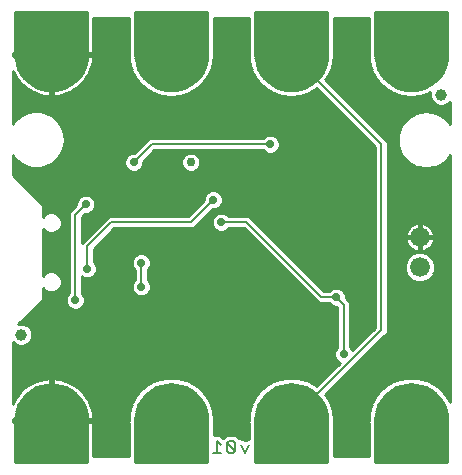
<source format=gbl>
G75*
%MOIN*%
%OFA0B0*%
%FSLAX25Y25*%
%IPPOS*%
%LPD*%
%AMOC8*
5,1,8,0,0,1.08239X$1,22.5*
%
%ADD10C,0.00800*%
%ADD11C,0.06600*%
%ADD12C,0.20000*%
%ADD13C,0.01000*%
%ADD14C,0.03937*%
%ADD15C,0.03000*%
%ADD16C,0.02900*%
D10*
X0147235Y0264300D02*
X0150037Y0264300D01*
X0148636Y0264300D02*
X0148636Y0268504D01*
X0150037Y0267102D01*
X0151839Y0267803D02*
X0154641Y0265001D01*
X0153941Y0264300D01*
X0152539Y0264300D01*
X0151839Y0265001D01*
X0151839Y0267803D01*
X0152539Y0268504D01*
X0153941Y0268504D01*
X0154641Y0267803D01*
X0154641Y0265001D01*
X0156443Y0267102D02*
X0157844Y0264300D01*
X0159245Y0267102D01*
X0173333Y0275400D02*
X0203333Y0305400D01*
X0203333Y0367400D01*
X0173333Y0397400D01*
X0166333Y0367400D02*
X0126833Y0367400D01*
X0120833Y0361400D01*
X0104833Y0347400D02*
X0101333Y0343900D01*
X0101333Y0315400D01*
X0105333Y0325900D02*
X0105333Y0333400D01*
X0113333Y0341400D01*
X0139833Y0341400D01*
X0147333Y0348900D01*
X0149987Y0341400D02*
X0158333Y0341400D01*
X0183333Y0316400D01*
X0188333Y0316400D01*
X0190833Y0313900D01*
X0190833Y0297400D01*
X0123333Y0319900D02*
X0123333Y0327900D01*
D11*
X0216207Y0326400D03*
X0216207Y0336400D03*
D12*
X0213333Y0397400D03*
X0173333Y0397400D03*
X0133333Y0397400D03*
X0093333Y0397400D03*
X0093333Y0275400D03*
X0133333Y0275400D03*
X0173333Y0275400D03*
X0213333Y0275400D03*
D13*
X0105333Y0261400D02*
X0081333Y0261400D01*
X0105333Y0261400D01*
X0105333Y0275400D01*
X0105211Y0277108D01*
X0104847Y0278781D01*
X0104249Y0280385D01*
X0103428Y0281888D01*
X0102402Y0283258D01*
X0101192Y0284469D01*
X0099821Y0285495D01*
X0098318Y0286316D01*
X0096714Y0286914D01*
X0095041Y0287278D01*
X0093333Y0287400D01*
X0091626Y0287278D01*
X0089953Y0286914D01*
X0088348Y0286316D01*
X0086846Y0285495D01*
X0085475Y0284469D01*
X0084264Y0283258D01*
X0083238Y0281888D01*
X0082418Y0280385D01*
X0081819Y0278781D01*
X0081455Y0277108D01*
X0081333Y0275400D01*
X0081333Y0261400D01*
X0081333Y0262399D02*
X0105333Y0262399D01*
X0105333Y0263397D02*
X0081333Y0263397D01*
X0081333Y0264396D02*
X0105333Y0264396D01*
X0105333Y0265394D02*
X0081333Y0265394D01*
X0081333Y0266393D02*
X0105333Y0266393D01*
X0105333Y0267391D02*
X0081333Y0267391D01*
X0081333Y0268390D02*
X0105333Y0268390D01*
X0105333Y0269388D02*
X0081333Y0269388D01*
X0081333Y0270387D02*
X0105333Y0270387D01*
X0105333Y0271385D02*
X0081333Y0271385D01*
X0081333Y0272384D02*
X0105333Y0272384D01*
X0105333Y0273382D02*
X0081333Y0273382D01*
X0081333Y0274381D02*
X0105333Y0274381D01*
X0105333Y0275379D02*
X0081333Y0275379D01*
X0080433Y0275379D02*
X0092833Y0275379D01*
X0092833Y0274900D02*
X0080433Y0274900D01*
X0080433Y0275900D01*
X0092833Y0275900D01*
X0092833Y0274900D01*
X0093833Y0274900D01*
X0093833Y0263500D01*
X0092833Y0263500D01*
X0092833Y0274900D01*
X0092833Y0274381D02*
X0093833Y0274381D01*
X0093833Y0274900D02*
X0093833Y0275900D01*
X0092833Y0275900D01*
X0092833Y0289400D01*
X0092600Y0289400D01*
X0091140Y0289247D01*
X0089705Y0288942D01*
X0088309Y0288488D01*
X0086969Y0287891D01*
X0085698Y0287157D01*
X0084511Y0286295D01*
X0083420Y0285313D01*
X0082438Y0284223D01*
X0082438Y0284223D01*
X0082432Y0284214D01*
X0081576Y0283035D01*
X0080842Y0281765D01*
X0080842Y0281765D01*
X0080433Y0280846D01*
X0080433Y0301612D01*
X0081255Y0300790D01*
X0082604Y0300231D01*
X0084063Y0300231D01*
X0085411Y0300790D01*
X0086443Y0301822D01*
X0087002Y0303170D01*
X0087002Y0304630D01*
X0086443Y0305978D01*
X0085411Y0307010D01*
X0084063Y0307568D01*
X0082604Y0307568D01*
X0082378Y0307475D01*
X0090433Y0315530D01*
X0090433Y0319548D01*
X0091367Y0318614D01*
X0092643Y0318086D01*
X0094024Y0318086D01*
X0095300Y0318614D01*
X0096276Y0319591D01*
X0096805Y0320867D01*
X0096805Y0322248D01*
X0096276Y0323524D01*
X0095300Y0324501D01*
X0094024Y0325029D01*
X0092643Y0325029D01*
X0091367Y0324501D01*
X0090433Y0323567D01*
X0090433Y0339233D01*
X0091367Y0338299D01*
X0092643Y0337771D01*
X0094024Y0337771D01*
X0095300Y0338299D01*
X0096276Y0339276D01*
X0096805Y0340552D01*
X0096805Y0341933D01*
X0096276Y0343209D01*
X0095300Y0344186D01*
X0094024Y0344714D01*
X0092643Y0344714D01*
X0091367Y0344186D01*
X0090433Y0343252D01*
X0090433Y0347270D01*
X0089203Y0348500D01*
X0080433Y0357270D01*
X0080433Y0363783D01*
X0081021Y0362765D01*
X0081021Y0362765D01*
X0083561Y0360634D01*
X0086676Y0359500D01*
X0089991Y0359500D01*
X0093106Y0360634D01*
X0095645Y0362765D01*
X0097303Y0365635D01*
X0097303Y0365635D01*
X0097878Y0368900D01*
X0097303Y0372165D01*
X0095645Y0375035D01*
X0095645Y0375035D01*
X0093106Y0377166D01*
X0093106Y0377166D01*
X0089991Y0378300D01*
X0086676Y0378300D01*
X0083561Y0377166D01*
X0083561Y0377166D01*
X0081021Y0375035D01*
X0080433Y0374017D01*
X0080433Y0391954D01*
X0080842Y0391035D01*
X0081576Y0389765D01*
X0081576Y0389765D01*
X0082438Y0388577D01*
X0083420Y0387487D01*
X0083420Y0387487D01*
X0083420Y0387487D01*
X0083791Y0387153D01*
X0084511Y0386505D01*
X0084942Y0386192D01*
X0085698Y0385642D01*
X0086197Y0385354D01*
X0086969Y0384909D01*
X0087546Y0384652D01*
X0088309Y0384312D01*
X0088309Y0384312D01*
X0089705Y0383858D01*
X0091140Y0383553D01*
X0092600Y0383400D01*
X0092833Y0383400D01*
X0092833Y0396900D01*
X0080433Y0396900D01*
X0080433Y0397900D01*
X0092833Y0397900D01*
X0092833Y0396900D01*
X0093833Y0396900D01*
X0093833Y0383400D01*
X0094067Y0383400D01*
X0095526Y0383553D01*
X0096962Y0383858D01*
X0098357Y0384312D01*
X0099698Y0384909D01*
X0100969Y0385642D01*
X0102156Y0386505D01*
X0103246Y0387487D01*
X0103246Y0387487D01*
X0104228Y0388577D01*
X0104228Y0388577D01*
X0104230Y0388580D01*
X0105091Y0389765D01*
X0105825Y0391035D01*
X0105825Y0391035D01*
X0106421Y0392376D01*
X0106875Y0393772D01*
X0107180Y0395207D01*
X0107333Y0396666D01*
X0107333Y0396900D01*
X0093833Y0396900D01*
X0093833Y0397900D01*
X0092833Y0397900D01*
X0092833Y0409300D01*
X0093833Y0409300D01*
X0093833Y0397900D01*
X0107333Y0397900D01*
X0107333Y0409300D01*
X0119133Y0409300D01*
X0119133Y0398221D01*
X0119074Y0398152D01*
X0119133Y0397321D01*
X0119133Y0396489D01*
X0119197Y0396425D01*
X0119209Y0396266D01*
X0119112Y0396115D01*
X0119272Y0395378D01*
X0119326Y0394626D01*
X0119461Y0394509D01*
X0119514Y0394267D01*
X0119440Y0394104D01*
X0119703Y0393398D01*
X0119863Y0392661D01*
X0120014Y0392564D01*
X0120101Y0392332D01*
X0120050Y0392160D01*
X0120411Y0391499D01*
X0120675Y0390792D01*
X0120838Y0390718D01*
X0120956Y0390501D01*
X0120931Y0390323D01*
X0121383Y0389720D01*
X0121744Y0389058D01*
X0121916Y0389008D01*
X0122064Y0388809D01*
X0122064Y0388630D01*
X0122597Y0388097D01*
X0123049Y0387494D01*
X0123226Y0387468D01*
X0123402Y0387293D01*
X0123427Y0387116D01*
X0124031Y0386664D01*
X0124564Y0386131D01*
X0124743Y0386131D01*
X0124941Y0385983D01*
X0124991Y0385811D01*
X0125653Y0385449D01*
X0126257Y0384998D01*
X0126434Y0385023D01*
X0126651Y0384904D01*
X0126726Y0384742D01*
X0127432Y0384478D01*
X0128094Y0384117D01*
X0128266Y0384167D01*
X0128498Y0384081D01*
X0128594Y0383930D01*
X0129331Y0383770D01*
X0130038Y0383506D01*
X0130200Y0383581D01*
X0130442Y0383528D01*
X0130560Y0383393D01*
X0131312Y0383339D01*
X0132048Y0383179D01*
X0132199Y0383276D01*
X0132446Y0383258D01*
X0132581Y0383141D01*
X0133333Y0383194D01*
X0134085Y0383141D01*
X0134221Y0383258D01*
X0134468Y0383276D01*
X0134618Y0383179D01*
X0135355Y0383339D01*
X0136107Y0383393D01*
X0136224Y0383528D01*
X0136466Y0383581D01*
X0136629Y0383506D01*
X0137336Y0383770D01*
X0138072Y0383930D01*
X0138169Y0384081D01*
X0138401Y0384167D01*
X0138573Y0384117D01*
X0139235Y0384478D01*
X0139941Y0384742D01*
X0140015Y0384904D01*
X0140233Y0385023D01*
X0140410Y0384998D01*
X0141013Y0385449D01*
X0141675Y0385811D01*
X0141726Y0385983D01*
X0141924Y0386131D01*
X0142103Y0386131D01*
X0142636Y0386664D01*
X0143240Y0387116D01*
X0143265Y0387293D01*
X0143440Y0387468D01*
X0143617Y0387494D01*
X0144069Y0388097D01*
X0144602Y0388630D01*
X0144602Y0388809D01*
X0144751Y0389008D01*
X0144923Y0389058D01*
X0145284Y0389720D01*
X0145736Y0390323D01*
X0145710Y0390501D01*
X0145829Y0390718D01*
X0145992Y0390792D01*
X0146255Y0391499D01*
X0146617Y0392160D01*
X0146566Y0392332D01*
X0146653Y0392564D01*
X0146803Y0392661D01*
X0146963Y0393398D01*
X0147227Y0394104D01*
X0147153Y0394267D01*
X0147205Y0394509D01*
X0147341Y0394626D01*
X0147394Y0395378D01*
X0147555Y0396115D01*
X0147458Y0396266D01*
X0147469Y0396425D01*
X0147533Y0396489D01*
X0147533Y0397321D01*
X0147593Y0398152D01*
X0147533Y0398221D01*
X0147533Y0409300D01*
X0159133Y0409300D01*
X0159133Y0398221D01*
X0159074Y0398152D01*
X0159133Y0397321D01*
X0159133Y0396489D01*
X0159197Y0396425D01*
X0159209Y0396266D01*
X0159112Y0396115D01*
X0159272Y0395378D01*
X0159326Y0394626D01*
X0159461Y0394509D01*
X0159514Y0394267D01*
X0159440Y0394104D01*
X0159703Y0393398D01*
X0159863Y0392661D01*
X0160014Y0392564D01*
X0160101Y0392332D01*
X0160050Y0392160D01*
X0160411Y0391499D01*
X0160675Y0390792D01*
X0160838Y0390718D01*
X0160956Y0390501D01*
X0160931Y0390323D01*
X0161383Y0389720D01*
X0161744Y0389058D01*
X0161916Y0389008D01*
X0162064Y0388809D01*
X0162064Y0388630D01*
X0162597Y0388097D01*
X0163049Y0387494D01*
X0163226Y0387468D01*
X0163402Y0387293D01*
X0163427Y0387116D01*
X0164031Y0386664D01*
X0164564Y0386131D01*
X0164743Y0386131D01*
X0164941Y0385983D01*
X0164991Y0385811D01*
X0165653Y0385449D01*
X0166257Y0384998D01*
X0166434Y0385023D01*
X0166651Y0384904D01*
X0166726Y0384742D01*
X0167432Y0384478D01*
X0168094Y0384117D01*
X0168266Y0384167D01*
X0168498Y0384081D01*
X0168594Y0383930D01*
X0169331Y0383770D01*
X0170038Y0383506D01*
X0170200Y0383581D01*
X0170442Y0383528D01*
X0170560Y0383393D01*
X0171312Y0383339D01*
X0172048Y0383179D01*
X0172199Y0383276D01*
X0172446Y0383258D01*
X0172581Y0383141D01*
X0173333Y0383194D01*
X0174085Y0383141D01*
X0174221Y0383258D01*
X0174468Y0383276D01*
X0174618Y0383179D01*
X0175355Y0383339D01*
X0176107Y0383393D01*
X0176224Y0383528D01*
X0176466Y0383581D01*
X0176629Y0383506D01*
X0177336Y0383770D01*
X0178072Y0383930D01*
X0178169Y0384081D01*
X0178401Y0384167D01*
X0178573Y0384117D01*
X0179235Y0384478D01*
X0179941Y0384742D01*
X0180015Y0384904D01*
X0180233Y0385023D01*
X0180410Y0384998D01*
X0181013Y0385449D01*
X0181675Y0385811D01*
X0181726Y0385983D01*
X0181757Y0386006D01*
X0201233Y0366530D01*
X0201233Y0306270D01*
X0193692Y0298729D01*
X0193504Y0299184D01*
X0192933Y0299755D01*
X0192933Y0314770D01*
X0191483Y0316220D01*
X0191483Y0317027D01*
X0191004Y0318184D01*
X0190118Y0319070D01*
X0188960Y0319550D01*
X0187707Y0319550D01*
X0186549Y0319070D01*
X0185979Y0318500D01*
X0184203Y0318500D01*
X0160433Y0342270D01*
X0159203Y0343500D01*
X0152342Y0343500D01*
X0151771Y0344070D01*
X0150613Y0344550D01*
X0149360Y0344550D01*
X0148203Y0344070D01*
X0147316Y0343184D01*
X0146837Y0342027D01*
X0146837Y0340773D01*
X0147316Y0339616D01*
X0148203Y0338730D01*
X0149360Y0338250D01*
X0150613Y0338250D01*
X0151771Y0338730D01*
X0152342Y0339300D01*
X0157463Y0339300D01*
X0182463Y0314300D01*
X0185979Y0314300D01*
X0186549Y0313730D01*
X0187707Y0313250D01*
X0188513Y0313250D01*
X0188733Y0313030D01*
X0188733Y0299755D01*
X0188163Y0299184D01*
X0187683Y0298027D01*
X0187683Y0296773D01*
X0188163Y0295616D01*
X0189049Y0294730D01*
X0189504Y0294541D01*
X0181757Y0286794D01*
X0181726Y0286817D01*
X0181675Y0286989D01*
X0181013Y0287351D01*
X0180410Y0287802D01*
X0180233Y0287777D01*
X0180015Y0287896D01*
X0179941Y0288058D01*
X0179235Y0288322D01*
X0178573Y0288683D01*
X0178401Y0288633D01*
X0178169Y0288719D01*
X0178072Y0288870D01*
X0177336Y0289030D01*
X0176629Y0289294D01*
X0176466Y0289219D01*
X0176224Y0289272D01*
X0176107Y0289407D01*
X0175355Y0289461D01*
X0174618Y0289621D01*
X0174468Y0289524D01*
X0174221Y0289542D01*
X0174085Y0289659D01*
X0173333Y0289606D01*
X0172581Y0289659D01*
X0172446Y0289542D01*
X0172199Y0289524D01*
X0172048Y0289621D01*
X0171312Y0289461D01*
X0170560Y0289407D01*
X0170442Y0289272D01*
X0170200Y0289219D01*
X0170038Y0289294D01*
X0169331Y0289030D01*
X0168594Y0288870D01*
X0168498Y0288719D01*
X0168266Y0288633D01*
X0168094Y0288683D01*
X0167432Y0288322D01*
X0166726Y0288058D01*
X0166651Y0287896D01*
X0166434Y0287777D01*
X0166257Y0287802D01*
X0165653Y0287351D01*
X0164991Y0286989D01*
X0164941Y0286817D01*
X0164743Y0286669D01*
X0164564Y0286669D01*
X0164031Y0286136D01*
X0163427Y0285684D01*
X0163402Y0285507D01*
X0163226Y0285332D01*
X0163049Y0285306D01*
X0162597Y0284703D01*
X0162064Y0284170D01*
X0162064Y0283991D01*
X0161916Y0283792D01*
X0161744Y0283742D01*
X0161383Y0283080D01*
X0160931Y0282477D01*
X0160956Y0282299D01*
X0160838Y0282082D01*
X0160675Y0282008D01*
X0160411Y0281301D01*
X0160050Y0280640D01*
X0160101Y0280468D01*
X0160014Y0280236D01*
X0159863Y0280139D01*
X0159703Y0279402D01*
X0159440Y0278696D01*
X0159514Y0278533D01*
X0159461Y0278291D01*
X0159326Y0278174D01*
X0159272Y0277422D01*
X0159112Y0276685D01*
X0159209Y0276534D01*
X0159197Y0276375D01*
X0159133Y0276311D01*
X0159133Y0275478D01*
X0159074Y0274648D01*
X0159133Y0274579D01*
X0159133Y0269279D01*
X0157844Y0268849D01*
X0156282Y0269370D01*
X0156123Y0269291D01*
X0156041Y0269373D01*
X0156041Y0269373D01*
X0154810Y0270604D01*
X0153409Y0270604D01*
X0153231Y0270604D01*
X0153071Y0270604D01*
X0153071Y0270604D01*
X0151670Y0270604D01*
X0151670Y0270604D01*
X0151656Y0270590D01*
X0150588Y0269522D01*
X0150370Y0269739D01*
X0149506Y0270604D01*
X0147766Y0270604D01*
X0147533Y0270371D01*
X0147533Y0274579D01*
X0147593Y0274648D01*
X0147533Y0275479D01*
X0147533Y0276311D01*
X0147469Y0276375D01*
X0147458Y0276534D01*
X0147555Y0276685D01*
X0147394Y0277422D01*
X0147341Y0278174D01*
X0147205Y0278291D01*
X0147153Y0278533D01*
X0147227Y0278696D01*
X0146964Y0279402D01*
X0146803Y0280139D01*
X0146653Y0280236D01*
X0146566Y0280468D01*
X0146617Y0280640D01*
X0146255Y0281301D01*
X0145992Y0282008D01*
X0145829Y0282082D01*
X0145710Y0282299D01*
X0145736Y0282477D01*
X0145284Y0283080D01*
X0144923Y0283742D01*
X0144751Y0283792D01*
X0144602Y0283991D01*
X0144602Y0284170D01*
X0144069Y0284703D01*
X0143617Y0285306D01*
X0143440Y0285332D01*
X0143265Y0285507D01*
X0143240Y0285684D01*
X0142636Y0286136D01*
X0142103Y0286669D01*
X0141924Y0286669D01*
X0141726Y0286817D01*
X0141675Y0286989D01*
X0141013Y0287351D01*
X0140410Y0287802D01*
X0140233Y0287777D01*
X0140015Y0287896D01*
X0139941Y0288058D01*
X0139235Y0288322D01*
X0138573Y0288683D01*
X0138401Y0288633D01*
X0138169Y0288719D01*
X0138072Y0288870D01*
X0137336Y0289030D01*
X0136629Y0289294D01*
X0136466Y0289219D01*
X0136224Y0289272D01*
X0136107Y0289407D01*
X0135355Y0289461D01*
X0134618Y0289621D01*
X0134468Y0289524D01*
X0134221Y0289542D01*
X0134085Y0289659D01*
X0133333Y0289606D01*
X0132581Y0289659D01*
X0132446Y0289542D01*
X0132199Y0289524D01*
X0132048Y0289621D01*
X0131312Y0289461D01*
X0130560Y0289407D01*
X0130442Y0289272D01*
X0130200Y0289219D01*
X0130038Y0289294D01*
X0129331Y0289030D01*
X0128594Y0288870D01*
X0128498Y0288719D01*
X0128266Y0288633D01*
X0128094Y0288683D01*
X0127432Y0288322D01*
X0126726Y0288058D01*
X0126651Y0287896D01*
X0126434Y0287777D01*
X0126257Y0287802D01*
X0125653Y0287351D01*
X0124991Y0286989D01*
X0124941Y0286817D01*
X0124743Y0286669D01*
X0124564Y0286669D01*
X0124031Y0286136D01*
X0123427Y0285684D01*
X0123402Y0285507D01*
X0123226Y0285332D01*
X0123049Y0285306D01*
X0122597Y0284703D01*
X0122064Y0284170D01*
X0122064Y0283991D01*
X0121916Y0283792D01*
X0121744Y0283742D01*
X0121383Y0283080D01*
X0120931Y0282477D01*
X0120956Y0282299D01*
X0120838Y0282082D01*
X0120675Y0282008D01*
X0120411Y0281301D01*
X0120050Y0280640D01*
X0120101Y0280468D01*
X0120014Y0280236D01*
X0119863Y0280139D01*
X0119703Y0279402D01*
X0119440Y0278696D01*
X0119514Y0278533D01*
X0119461Y0278291D01*
X0119326Y0278174D01*
X0119272Y0277422D01*
X0119112Y0276685D01*
X0119209Y0276534D01*
X0119197Y0276375D01*
X0119133Y0276311D01*
X0119133Y0275478D01*
X0119074Y0274648D01*
X0119133Y0274579D01*
X0119133Y0263500D01*
X0107333Y0263500D01*
X0107333Y0274900D01*
X0093833Y0274900D01*
X0093833Y0275379D02*
X0119126Y0275379D01*
X0119133Y0274381D02*
X0107333Y0274381D01*
X0107333Y0273382D02*
X0119133Y0273382D01*
X0119133Y0272384D02*
X0107333Y0272384D01*
X0107333Y0271385D02*
X0119133Y0271385D01*
X0119133Y0270387D02*
X0107333Y0270387D01*
X0107333Y0269388D02*
X0119133Y0269388D01*
X0119133Y0268390D02*
X0107333Y0268390D01*
X0107333Y0267391D02*
X0119133Y0267391D01*
X0119133Y0266393D02*
X0107333Y0266393D01*
X0107333Y0265394D02*
X0119133Y0265394D01*
X0119133Y0264396D02*
X0107333Y0264396D01*
X0107333Y0275900D02*
X0093833Y0275900D01*
X0093833Y0289400D01*
X0094067Y0289400D01*
X0095526Y0289247D01*
X0095526Y0289247D01*
X0096769Y0288983D01*
X0096962Y0288942D01*
X0096962Y0288942D01*
X0098210Y0288536D01*
X0098357Y0288488D01*
X0098357Y0288488D01*
X0099580Y0287944D01*
X0099698Y0287891D01*
X0099698Y0287891D01*
X0100873Y0287213D01*
X0100969Y0287157D01*
X0100969Y0287157D01*
X0102076Y0286353D01*
X0102156Y0286295D01*
X0102156Y0286295D01*
X0103180Y0285373D01*
X0103246Y0285313D01*
X0103246Y0285313D01*
X0103246Y0285313D01*
X0104228Y0284223D01*
X0104228Y0284223D01*
X0105091Y0283035D01*
X0105091Y0283035D01*
X0105825Y0281765D01*
X0105825Y0281765D01*
X0106421Y0280424D01*
X0106421Y0280424D01*
X0106875Y0279028D01*
X0106875Y0279028D01*
X0107180Y0277593D01*
X0107180Y0277593D01*
X0107333Y0276134D01*
X0107333Y0275900D01*
X0107308Y0276378D02*
X0119198Y0276378D01*
X0119262Y0277376D02*
X0107203Y0277376D01*
X0107014Y0278375D02*
X0119480Y0278375D01*
X0119692Y0279373D02*
X0106763Y0279373D01*
X0106438Y0280372D02*
X0120065Y0280372D01*
X0120437Y0281370D02*
X0106000Y0281370D01*
X0105476Y0282369D02*
X0120946Y0282369D01*
X0121540Y0283367D02*
X0104850Y0283367D01*
X0104099Y0284366D02*
X0122261Y0284366D01*
X0123259Y0285364D02*
X0103190Y0285364D01*
X0102063Y0286363D02*
X0124258Y0286363D01*
X0125668Y0287361D02*
X0100616Y0287361D01*
X0099996Y0285364D02*
X0086671Y0285364D01*
X0085372Y0284366D02*
X0101295Y0284366D01*
X0102293Y0283367D02*
X0084373Y0283367D01*
X0083598Y0282369D02*
X0103068Y0282369D01*
X0103711Y0281370D02*
X0082956Y0281370D01*
X0082413Y0280372D02*
X0104254Y0280372D01*
X0104626Y0279373D02*
X0082040Y0279373D01*
X0081731Y0278375D02*
X0104936Y0278375D01*
X0105153Y0277376D02*
X0081514Y0277376D01*
X0081403Y0276378D02*
X0105263Y0276378D01*
X0093833Y0276378D02*
X0092833Y0276378D01*
X0092833Y0277376D02*
X0093833Y0277376D01*
X0093833Y0278375D02*
X0092833Y0278375D01*
X0092833Y0279373D02*
X0093833Y0279373D01*
X0093833Y0280372D02*
X0092833Y0280372D01*
X0092833Y0281370D02*
X0093833Y0281370D01*
X0093833Y0282369D02*
X0092833Y0282369D01*
X0092833Y0283367D02*
X0093833Y0283367D01*
X0093833Y0284366D02*
X0092833Y0284366D01*
X0092833Y0285364D02*
X0093833Y0285364D01*
X0093833Y0286363D02*
X0092833Y0286363D01*
X0092833Y0287361D02*
X0093833Y0287361D01*
X0093874Y0287361D02*
X0092792Y0287361D01*
X0092833Y0288360D02*
X0093833Y0288360D01*
X0093833Y0289358D02*
X0092833Y0289358D01*
X0092203Y0289358D02*
X0080433Y0289358D01*
X0080433Y0288360D02*
X0088021Y0288360D01*
X0088475Y0286363D02*
X0098192Y0286363D01*
X0098645Y0288360D02*
X0127502Y0288360D01*
X0128348Y0286316D02*
X0126846Y0285495D01*
X0125475Y0284469D01*
X0124264Y0283258D01*
X0123238Y0281888D01*
X0122418Y0280385D01*
X0121819Y0278781D01*
X0121455Y0277108D01*
X0121333Y0275400D01*
X0121333Y0261400D01*
X0145333Y0261400D01*
X0145333Y0275400D01*
X0145211Y0277108D01*
X0144847Y0278781D01*
X0144249Y0280385D01*
X0143428Y0281888D01*
X0142402Y0283258D01*
X0141192Y0284469D01*
X0139821Y0285495D01*
X0138318Y0286316D01*
X0136714Y0286914D01*
X0135041Y0287278D01*
X0133333Y0287400D01*
X0131626Y0287278D01*
X0129953Y0286914D01*
X0128348Y0286316D01*
X0128475Y0286363D02*
X0138192Y0286363D01*
X0139996Y0285364D02*
X0126671Y0285364D01*
X0125372Y0284366D02*
X0141295Y0284366D01*
X0142293Y0283367D02*
X0124373Y0283367D01*
X0123598Y0282369D02*
X0143068Y0282369D01*
X0143711Y0281370D02*
X0122956Y0281370D01*
X0122413Y0280372D02*
X0144254Y0280372D01*
X0144626Y0279373D02*
X0122040Y0279373D01*
X0121731Y0278375D02*
X0144936Y0278375D01*
X0145153Y0277376D02*
X0121514Y0277376D01*
X0121403Y0276378D02*
X0145263Y0276378D01*
X0145333Y0275379D02*
X0121333Y0275379D01*
X0121333Y0274381D02*
X0145333Y0274381D01*
X0145333Y0273382D02*
X0121333Y0273382D01*
X0121333Y0272384D02*
X0145333Y0272384D01*
X0145333Y0271385D02*
X0121333Y0271385D01*
X0121333Y0270387D02*
X0145333Y0270387D01*
X0145333Y0269388D02*
X0121333Y0269388D01*
X0121333Y0268390D02*
X0145333Y0268390D01*
X0145333Y0267391D02*
X0121333Y0267391D01*
X0121333Y0266393D02*
X0145333Y0266393D01*
X0145333Y0265394D02*
X0121333Y0265394D01*
X0121333Y0264396D02*
X0145333Y0264396D01*
X0145333Y0263397D02*
X0121333Y0263397D01*
X0121333Y0262399D02*
X0145333Y0262399D01*
X0145333Y0261400D02*
X0121333Y0261400D01*
X0146974Y0279373D02*
X0159692Y0279373D01*
X0159480Y0278375D02*
X0147187Y0278375D01*
X0147404Y0277376D02*
X0159262Y0277376D01*
X0159198Y0276378D02*
X0147469Y0276378D01*
X0147540Y0275379D02*
X0159126Y0275379D01*
X0159133Y0274381D02*
X0147533Y0274381D01*
X0147533Y0273382D02*
X0159133Y0273382D01*
X0159133Y0272384D02*
X0147533Y0272384D01*
X0147533Y0271385D02*
X0159133Y0271385D01*
X0159133Y0270387D02*
X0155027Y0270387D01*
X0156026Y0269388D02*
X0159133Y0269388D01*
X0161333Y0269388D02*
X0185333Y0269388D01*
X0185333Y0268390D02*
X0161333Y0268390D01*
X0161333Y0267391D02*
X0185333Y0267391D01*
X0185333Y0266393D02*
X0161333Y0266393D01*
X0161333Y0265394D02*
X0185333Y0265394D01*
X0185333Y0264396D02*
X0161333Y0264396D01*
X0161333Y0263397D02*
X0185333Y0263397D01*
X0185333Y0262399D02*
X0161333Y0262399D01*
X0161333Y0261400D02*
X0185333Y0261400D01*
X0185333Y0275400D01*
X0185211Y0277108D01*
X0184847Y0278781D01*
X0184249Y0280385D01*
X0183428Y0281888D01*
X0182402Y0283258D01*
X0181192Y0284469D01*
X0179821Y0285495D01*
X0178318Y0286316D01*
X0176714Y0286914D01*
X0175041Y0287278D01*
X0173333Y0287400D01*
X0171626Y0287278D01*
X0169953Y0286914D01*
X0168348Y0286316D01*
X0166846Y0285495D01*
X0165475Y0284469D01*
X0164264Y0283258D01*
X0163238Y0281888D01*
X0162418Y0280385D01*
X0161819Y0278781D01*
X0161455Y0277108D01*
X0161333Y0275400D01*
X0161333Y0261400D01*
X0185333Y0261400D01*
X0187533Y0263500D02*
X0187533Y0274579D01*
X0187593Y0274648D01*
X0187533Y0275479D01*
X0187533Y0276311D01*
X0187469Y0276375D01*
X0187458Y0276534D01*
X0187555Y0276685D01*
X0187394Y0277422D01*
X0187341Y0278174D01*
X0187205Y0278291D01*
X0187153Y0278533D01*
X0187227Y0278696D01*
X0186964Y0279402D01*
X0186803Y0280139D01*
X0186653Y0280236D01*
X0186566Y0280468D01*
X0186617Y0280640D01*
X0186255Y0281301D01*
X0185992Y0282008D01*
X0185829Y0282082D01*
X0185710Y0282299D01*
X0185736Y0282477D01*
X0185284Y0283080D01*
X0184923Y0283742D01*
X0184751Y0283792D01*
X0184727Y0283824D01*
X0204203Y0303300D01*
X0205433Y0304530D01*
X0205433Y0368270D01*
X0204203Y0369500D01*
X0184727Y0388976D01*
X0184751Y0389008D01*
X0184923Y0389058D01*
X0185284Y0389720D01*
X0185736Y0390323D01*
X0185710Y0390501D01*
X0185829Y0390718D01*
X0185992Y0390792D01*
X0186255Y0391499D01*
X0186617Y0392160D01*
X0186566Y0392332D01*
X0186653Y0392564D01*
X0186803Y0392661D01*
X0186964Y0393398D01*
X0187227Y0394104D01*
X0187153Y0394267D01*
X0187205Y0394509D01*
X0187341Y0394626D01*
X0187394Y0395378D01*
X0187555Y0396115D01*
X0187458Y0396266D01*
X0187469Y0396425D01*
X0187533Y0396489D01*
X0187533Y0397321D01*
X0187593Y0398152D01*
X0187533Y0398221D01*
X0187533Y0409300D01*
X0199133Y0409300D01*
X0199133Y0398221D01*
X0199074Y0398152D01*
X0199133Y0397321D01*
X0199133Y0396489D01*
X0199197Y0396425D01*
X0199209Y0396266D01*
X0199112Y0396115D01*
X0199272Y0395378D01*
X0199326Y0394626D01*
X0199461Y0394509D01*
X0199514Y0394267D01*
X0199440Y0394104D01*
X0199703Y0393398D01*
X0199863Y0392661D01*
X0200014Y0392564D01*
X0200101Y0392332D01*
X0200050Y0392160D01*
X0200411Y0391499D01*
X0200675Y0390792D01*
X0200838Y0390718D01*
X0200956Y0390501D01*
X0200931Y0390323D01*
X0201383Y0389720D01*
X0201744Y0389058D01*
X0201916Y0389008D01*
X0202064Y0388809D01*
X0202064Y0388630D01*
X0202597Y0388097D01*
X0203049Y0387494D01*
X0203226Y0387468D01*
X0203402Y0387293D01*
X0203427Y0387116D01*
X0204031Y0386664D01*
X0204564Y0386131D01*
X0204743Y0386131D01*
X0204941Y0385983D01*
X0204991Y0385811D01*
X0205653Y0385449D01*
X0206257Y0384998D01*
X0206434Y0385023D01*
X0206651Y0384904D01*
X0206726Y0384742D01*
X0207432Y0384478D01*
X0208094Y0384117D01*
X0208266Y0384167D01*
X0208498Y0384081D01*
X0208594Y0383930D01*
X0209331Y0383770D01*
X0210038Y0383506D01*
X0210200Y0383581D01*
X0210442Y0383528D01*
X0210560Y0383393D01*
X0211312Y0383339D01*
X0212048Y0383179D01*
X0212199Y0383276D01*
X0212446Y0383258D01*
X0212581Y0383141D01*
X0213333Y0383194D01*
X0214085Y0383141D01*
X0214221Y0383258D01*
X0214468Y0383276D01*
X0214618Y0383179D01*
X0215355Y0383339D01*
X0216107Y0383393D01*
X0216224Y0383528D01*
X0216466Y0383581D01*
X0216629Y0383506D01*
X0217336Y0383770D01*
X0218072Y0383930D01*
X0218169Y0384081D01*
X0218401Y0384167D01*
X0218573Y0384117D01*
X0219235Y0384478D01*
X0219669Y0384640D01*
X0219665Y0384630D01*
X0219665Y0383170D01*
X0220223Y0381822D01*
X0221255Y0380790D01*
X0222604Y0380231D01*
X0224063Y0380231D01*
X0225411Y0380790D01*
X0226233Y0381612D01*
X0226233Y0374109D01*
X0224469Y0376212D01*
X0224469Y0376212D01*
X0224469Y0376212D01*
X0221598Y0377869D01*
X0221598Y0377869D01*
X0218333Y0378445D01*
X0215069Y0377869D01*
X0212198Y0376212D01*
X0210067Y0373673D01*
X0210067Y0373672D01*
X0208933Y0370557D01*
X0208933Y0367243D01*
X0210067Y0364127D01*
X0212198Y0361588D01*
X0215069Y0359931D01*
X0218333Y0359355D01*
X0221598Y0359931D01*
X0224469Y0361588D01*
X0226233Y0363691D01*
X0226233Y0281360D01*
X0225992Y0282008D01*
X0225829Y0282082D01*
X0225710Y0282299D01*
X0225736Y0282477D01*
X0225284Y0283080D01*
X0224923Y0283742D01*
X0224751Y0283792D01*
X0224602Y0283991D01*
X0224602Y0284170D01*
X0224069Y0284703D01*
X0223617Y0285306D01*
X0223440Y0285332D01*
X0223265Y0285507D01*
X0223240Y0285684D01*
X0222636Y0286136D01*
X0222103Y0286669D01*
X0221924Y0286669D01*
X0221726Y0286817D01*
X0221675Y0286989D01*
X0221013Y0287351D01*
X0220410Y0287802D01*
X0220233Y0287777D01*
X0220015Y0287896D01*
X0219941Y0288058D01*
X0219235Y0288322D01*
X0218573Y0288683D01*
X0218401Y0288633D01*
X0218169Y0288719D01*
X0218072Y0288870D01*
X0217336Y0289030D01*
X0216629Y0289294D01*
X0216466Y0289219D01*
X0216224Y0289272D01*
X0216107Y0289407D01*
X0215355Y0289461D01*
X0214618Y0289621D01*
X0214468Y0289524D01*
X0214221Y0289542D01*
X0214085Y0289659D01*
X0213333Y0289606D01*
X0212581Y0289659D01*
X0212446Y0289542D01*
X0212199Y0289524D01*
X0212048Y0289621D01*
X0211312Y0289461D01*
X0210560Y0289407D01*
X0210442Y0289272D01*
X0210200Y0289219D01*
X0210038Y0289294D01*
X0209331Y0289030D01*
X0208594Y0288870D01*
X0208498Y0288719D01*
X0208266Y0288633D01*
X0208094Y0288683D01*
X0207432Y0288322D01*
X0206726Y0288058D01*
X0206651Y0287896D01*
X0206434Y0287777D01*
X0206257Y0287802D01*
X0205653Y0287351D01*
X0204991Y0286989D01*
X0204941Y0286817D01*
X0204743Y0286669D01*
X0204564Y0286669D01*
X0204031Y0286136D01*
X0203427Y0285684D01*
X0203402Y0285507D01*
X0203226Y0285332D01*
X0203049Y0285306D01*
X0202597Y0284703D01*
X0202064Y0284170D01*
X0202064Y0283991D01*
X0201916Y0283792D01*
X0201744Y0283742D01*
X0201383Y0283080D01*
X0200931Y0282477D01*
X0200956Y0282299D01*
X0200838Y0282082D01*
X0200675Y0282008D01*
X0200411Y0281301D01*
X0200050Y0280640D01*
X0200101Y0280468D01*
X0200014Y0280236D01*
X0199863Y0280139D01*
X0199703Y0279402D01*
X0199440Y0278696D01*
X0199514Y0278533D01*
X0199461Y0278291D01*
X0199326Y0278174D01*
X0199272Y0277422D01*
X0199112Y0276685D01*
X0199209Y0276534D01*
X0199197Y0276375D01*
X0199133Y0276311D01*
X0199133Y0275478D01*
X0199074Y0274648D01*
X0199133Y0274579D01*
X0199133Y0263500D01*
X0187533Y0263500D01*
X0187533Y0264396D02*
X0199133Y0264396D01*
X0199133Y0265394D02*
X0187533Y0265394D01*
X0187533Y0266393D02*
X0199133Y0266393D01*
X0199133Y0267391D02*
X0187533Y0267391D01*
X0187533Y0268390D02*
X0199133Y0268390D01*
X0199133Y0269388D02*
X0187533Y0269388D01*
X0187533Y0270387D02*
X0199133Y0270387D01*
X0199133Y0271385D02*
X0187533Y0271385D01*
X0187533Y0272384D02*
X0199133Y0272384D01*
X0199133Y0273382D02*
X0187533Y0273382D01*
X0187533Y0274381D02*
X0199133Y0274381D01*
X0199126Y0275379D02*
X0187540Y0275379D01*
X0187469Y0276378D02*
X0199198Y0276378D01*
X0199262Y0277376D02*
X0187404Y0277376D01*
X0187187Y0278375D02*
X0199480Y0278375D01*
X0199692Y0279373D02*
X0186974Y0279373D01*
X0186602Y0280372D02*
X0200065Y0280372D01*
X0200437Y0281370D02*
X0186229Y0281370D01*
X0185720Y0282369D02*
X0200946Y0282369D01*
X0201540Y0283367D02*
X0185127Y0283367D01*
X0185269Y0284366D02*
X0202261Y0284366D01*
X0203259Y0285364D02*
X0186267Y0285364D01*
X0187266Y0286363D02*
X0204258Y0286363D01*
X0205668Y0287361D02*
X0188264Y0287361D01*
X0189263Y0288360D02*
X0207502Y0288360D01*
X0208348Y0286316D02*
X0206846Y0285495D01*
X0205475Y0284469D01*
X0204264Y0283258D01*
X0203238Y0281888D01*
X0202418Y0280385D01*
X0201819Y0278781D01*
X0201455Y0277108D01*
X0201333Y0275400D01*
X0201333Y0261400D01*
X0225333Y0261400D01*
X0225333Y0275400D01*
X0225211Y0277108D01*
X0224847Y0278781D01*
X0224249Y0280385D01*
X0223428Y0281888D01*
X0222402Y0283258D01*
X0221192Y0284469D01*
X0219821Y0285495D01*
X0218318Y0286316D01*
X0216714Y0286914D01*
X0215041Y0287278D01*
X0213333Y0287400D01*
X0211626Y0287278D01*
X0209953Y0286914D01*
X0208348Y0286316D01*
X0208475Y0286363D02*
X0218192Y0286363D01*
X0219996Y0285364D02*
X0206671Y0285364D01*
X0205372Y0284366D02*
X0221295Y0284366D01*
X0222293Y0283367D02*
X0204373Y0283367D01*
X0203598Y0282369D02*
X0223068Y0282369D01*
X0223711Y0281370D02*
X0202956Y0281370D01*
X0202413Y0280372D02*
X0224254Y0280372D01*
X0224626Y0279373D02*
X0202040Y0279373D01*
X0201731Y0278375D02*
X0224936Y0278375D01*
X0225153Y0277376D02*
X0201514Y0277376D01*
X0201403Y0276378D02*
X0225263Y0276378D01*
X0225333Y0275379D02*
X0201333Y0275379D01*
X0201333Y0274381D02*
X0225333Y0274381D01*
X0225333Y0273382D02*
X0201333Y0273382D01*
X0201333Y0272384D02*
X0225333Y0272384D01*
X0225333Y0271385D02*
X0201333Y0271385D01*
X0201333Y0270387D02*
X0225333Y0270387D01*
X0225333Y0269388D02*
X0201333Y0269388D01*
X0201333Y0268390D02*
X0225333Y0268390D01*
X0225333Y0267391D02*
X0201333Y0267391D01*
X0201333Y0266393D02*
X0225333Y0266393D01*
X0225333Y0265394D02*
X0201333Y0265394D01*
X0201333Y0264396D02*
X0225333Y0264396D01*
X0225333Y0263397D02*
X0201333Y0263397D01*
X0201333Y0262399D02*
X0225333Y0262399D01*
X0225333Y0261400D02*
X0201333Y0261400D01*
X0185333Y0270387D02*
X0161333Y0270387D01*
X0161333Y0271385D02*
X0185333Y0271385D01*
X0185333Y0272384D02*
X0161333Y0272384D01*
X0161333Y0273382D02*
X0185333Y0273382D01*
X0185333Y0274381D02*
X0161333Y0274381D01*
X0161333Y0275379D02*
X0185333Y0275379D01*
X0185263Y0276378D02*
X0161403Y0276378D01*
X0161514Y0277376D02*
X0185153Y0277376D01*
X0184936Y0278375D02*
X0161731Y0278375D01*
X0162040Y0279373D02*
X0184626Y0279373D01*
X0184254Y0280372D02*
X0162413Y0280372D01*
X0162956Y0281370D02*
X0183711Y0281370D01*
X0183068Y0282369D02*
X0163598Y0282369D01*
X0164373Y0283367D02*
X0182293Y0283367D01*
X0181295Y0284366D02*
X0165372Y0284366D01*
X0166671Y0285364D02*
X0179996Y0285364D01*
X0178192Y0286363D02*
X0168475Y0286363D01*
X0167502Y0288360D02*
X0139165Y0288360D01*
X0140999Y0287361D02*
X0165668Y0287361D01*
X0164258Y0286363D02*
X0142409Y0286363D01*
X0143408Y0285364D02*
X0163259Y0285364D01*
X0162261Y0284366D02*
X0144406Y0284366D01*
X0145127Y0283367D02*
X0161540Y0283367D01*
X0160946Y0282369D02*
X0145720Y0282369D01*
X0146229Y0281370D02*
X0160437Y0281370D01*
X0160065Y0280372D02*
X0146602Y0280372D01*
X0136149Y0289358D02*
X0170517Y0289358D01*
X0172792Y0287361D02*
X0173874Y0287361D01*
X0176149Y0289358D02*
X0184322Y0289358D01*
X0183323Y0288360D02*
X0179165Y0288360D01*
X0180999Y0287361D02*
X0182325Y0287361D01*
X0185320Y0290357D02*
X0080433Y0290357D01*
X0080433Y0291355D02*
X0186319Y0291355D01*
X0187317Y0292354D02*
X0080433Y0292354D01*
X0080433Y0293352D02*
X0188316Y0293352D01*
X0189314Y0294351D02*
X0080433Y0294351D01*
X0080433Y0295349D02*
X0188429Y0295349D01*
X0187860Y0296348D02*
X0080433Y0296348D01*
X0080433Y0297346D02*
X0187683Y0297346D01*
X0187815Y0298345D02*
X0080433Y0298345D01*
X0080433Y0299343D02*
X0188322Y0299343D01*
X0188733Y0300342D02*
X0084330Y0300342D01*
X0085962Y0301340D02*
X0188733Y0301340D01*
X0188733Y0302339D02*
X0086657Y0302339D01*
X0087002Y0303337D02*
X0188733Y0303337D01*
X0188733Y0304336D02*
X0087002Y0304336D01*
X0086710Y0305334D02*
X0188733Y0305334D01*
X0188733Y0306333D02*
X0086088Y0306333D01*
X0084635Y0307332D02*
X0188733Y0307332D01*
X0188733Y0308330D02*
X0083233Y0308330D01*
X0084232Y0309329D02*
X0188733Y0309329D01*
X0188733Y0310327D02*
X0085230Y0310327D01*
X0086229Y0311326D02*
X0188733Y0311326D01*
X0188733Y0312324D02*
X0102139Y0312324D01*
X0101960Y0312250D02*
X0103118Y0312730D01*
X0104004Y0313616D01*
X0104483Y0314773D01*
X0104483Y0316027D01*
X0104004Y0317184D01*
X0103433Y0317755D01*
X0103433Y0323345D01*
X0103549Y0323230D01*
X0104707Y0322750D01*
X0105960Y0322750D01*
X0107118Y0323230D01*
X0108004Y0324116D01*
X0108483Y0325273D01*
X0108483Y0326527D01*
X0108004Y0327684D01*
X0107433Y0328255D01*
X0107433Y0332530D01*
X0114203Y0339300D01*
X0140703Y0339300D01*
X0141933Y0340530D01*
X0141933Y0340530D01*
X0147153Y0345750D01*
X0147960Y0345750D01*
X0149118Y0346230D01*
X0150004Y0347116D01*
X0150483Y0348273D01*
X0150483Y0349527D01*
X0150004Y0350684D01*
X0149118Y0351570D01*
X0147960Y0352050D01*
X0146707Y0352050D01*
X0145549Y0351570D01*
X0144663Y0350684D01*
X0144183Y0349527D01*
X0144183Y0348720D01*
X0138963Y0343500D01*
X0112463Y0343500D01*
X0104463Y0335500D01*
X0103433Y0334470D01*
X0103433Y0343030D01*
X0104653Y0344250D01*
X0105460Y0344250D01*
X0106618Y0344730D01*
X0107504Y0345616D01*
X0107983Y0346773D01*
X0107983Y0348027D01*
X0107504Y0349184D01*
X0106618Y0350070D01*
X0105460Y0350550D01*
X0104207Y0350550D01*
X0103049Y0350070D01*
X0102163Y0349184D01*
X0101683Y0348027D01*
X0101683Y0347220D01*
X0100463Y0346000D01*
X0099233Y0344770D01*
X0099233Y0317755D01*
X0098663Y0317184D01*
X0098183Y0316027D01*
X0098183Y0314773D01*
X0098663Y0313616D01*
X0099549Y0312730D01*
X0100707Y0312250D01*
X0101960Y0312250D01*
X0100528Y0312324D02*
X0087227Y0312324D01*
X0088226Y0313323D02*
X0098956Y0313323D01*
X0098371Y0314321D02*
X0089224Y0314321D01*
X0090223Y0315320D02*
X0098183Y0315320D01*
X0098304Y0316318D02*
X0090433Y0316318D01*
X0090433Y0317317D02*
X0098795Y0317317D01*
X0099233Y0318315D02*
X0094577Y0318315D01*
X0095999Y0319314D02*
X0099233Y0319314D01*
X0099233Y0320312D02*
X0096575Y0320312D01*
X0096805Y0321311D02*
X0099233Y0321311D01*
X0099233Y0322309D02*
X0096780Y0322309D01*
X0096366Y0323308D02*
X0099233Y0323308D01*
X0099233Y0324306D02*
X0095494Y0324306D01*
X0099233Y0325305D02*
X0090433Y0325305D01*
X0090433Y0326303D02*
X0099233Y0326303D01*
X0099233Y0327302D02*
X0090433Y0327302D01*
X0090433Y0328300D02*
X0099233Y0328300D01*
X0099233Y0329299D02*
X0090433Y0329299D01*
X0090433Y0330297D02*
X0099233Y0330297D01*
X0099233Y0331296D02*
X0090433Y0331296D01*
X0090433Y0332294D02*
X0099233Y0332294D01*
X0099233Y0333293D02*
X0090433Y0333293D01*
X0090433Y0334291D02*
X0099233Y0334291D01*
X0099233Y0335290D02*
X0090433Y0335290D01*
X0090433Y0336288D02*
X0099233Y0336288D01*
X0099233Y0337287D02*
X0090433Y0337287D01*
X0090433Y0338285D02*
X0091401Y0338285D01*
X0095266Y0338285D02*
X0099233Y0338285D01*
X0099233Y0339284D02*
X0096280Y0339284D01*
X0096693Y0340282D02*
X0099233Y0340282D01*
X0099233Y0341281D02*
X0096805Y0341281D01*
X0096662Y0342279D02*
X0099233Y0342279D01*
X0099233Y0343278D02*
X0096208Y0343278D01*
X0095081Y0344276D02*
X0099233Y0344276D01*
X0099738Y0345275D02*
X0090433Y0345275D01*
X0090433Y0346273D02*
X0100737Y0346273D01*
X0101683Y0347272D02*
X0090431Y0347272D01*
X0089433Y0348270D02*
X0101784Y0348270D01*
X0102248Y0349269D02*
X0088434Y0349269D01*
X0087436Y0350268D02*
X0103525Y0350268D01*
X0106142Y0350268D02*
X0144490Y0350268D01*
X0144183Y0349269D02*
X0107419Y0349269D01*
X0107882Y0348270D02*
X0143734Y0348270D01*
X0142735Y0347272D02*
X0107983Y0347272D01*
X0107776Y0346273D02*
X0141737Y0346273D01*
X0140738Y0345275D02*
X0107163Y0345275D01*
X0105524Y0344276D02*
X0139740Y0344276D01*
X0142684Y0341281D02*
X0146837Y0341281D01*
X0146942Y0342279D02*
X0143683Y0342279D01*
X0144681Y0343278D02*
X0147410Y0343278D01*
X0148700Y0344276D02*
X0145680Y0344276D01*
X0146678Y0345275D02*
X0201233Y0345275D01*
X0201233Y0346273D02*
X0149162Y0346273D01*
X0150069Y0347272D02*
X0201233Y0347272D01*
X0201233Y0348270D02*
X0150482Y0348270D01*
X0150483Y0349269D02*
X0201233Y0349269D01*
X0201233Y0350268D02*
X0150176Y0350268D01*
X0149422Y0351266D02*
X0201233Y0351266D01*
X0201233Y0352265D02*
X0085439Y0352265D01*
X0084440Y0353263D02*
X0201233Y0353263D01*
X0201233Y0354262D02*
X0083442Y0354262D01*
X0082443Y0355260D02*
X0201233Y0355260D01*
X0201233Y0356259D02*
X0081445Y0356259D01*
X0080446Y0357257D02*
X0201233Y0357257D01*
X0201233Y0358256D02*
X0140604Y0358256D01*
X0140470Y0358200D02*
X0141646Y0358687D01*
X0142546Y0359587D01*
X0143033Y0360763D01*
X0143033Y0362037D01*
X0142546Y0363213D01*
X0141646Y0364113D01*
X0140470Y0364600D01*
X0139197Y0364600D01*
X0138021Y0364113D01*
X0137120Y0363213D01*
X0136633Y0362037D01*
X0136633Y0360763D01*
X0137120Y0359587D01*
X0138021Y0358687D01*
X0139197Y0358200D01*
X0140470Y0358200D01*
X0139063Y0358256D02*
X0121473Y0358256D01*
X0121460Y0358250D02*
X0122618Y0358730D01*
X0123504Y0359616D01*
X0123983Y0360773D01*
X0123983Y0361580D01*
X0127703Y0365300D01*
X0163979Y0365300D01*
X0164549Y0364730D01*
X0165707Y0364250D01*
X0166960Y0364250D01*
X0168118Y0364730D01*
X0169004Y0365616D01*
X0169483Y0366773D01*
X0169483Y0368027D01*
X0169004Y0369184D01*
X0168118Y0370070D01*
X0166960Y0370550D01*
X0165707Y0370550D01*
X0164549Y0370070D01*
X0163979Y0369500D01*
X0125963Y0369500D01*
X0121013Y0364550D01*
X0120207Y0364550D01*
X0119049Y0364070D01*
X0118163Y0363184D01*
X0117683Y0362027D01*
X0117683Y0360773D01*
X0118163Y0359616D01*
X0119049Y0358730D01*
X0120207Y0358250D01*
X0121460Y0358250D01*
X0120193Y0358256D02*
X0080433Y0358256D01*
X0080433Y0359254D02*
X0118524Y0359254D01*
X0117899Y0360253D02*
X0092059Y0360253D01*
X0093106Y0360634D02*
X0093106Y0360634D01*
X0093842Y0361251D02*
X0117683Y0361251D01*
X0117776Y0362250D02*
X0095032Y0362250D01*
X0095645Y0362765D02*
X0095645Y0362765D01*
X0095645Y0362765D01*
X0095924Y0363248D02*
X0118227Y0363248D01*
X0119474Y0364247D02*
X0096501Y0364247D01*
X0097077Y0365245D02*
X0121709Y0365245D01*
X0122707Y0366244D02*
X0097410Y0366244D01*
X0097586Y0367242D02*
X0123706Y0367242D01*
X0124704Y0368241D02*
X0097762Y0368241D01*
X0097878Y0368900D02*
X0097878Y0368900D01*
X0097819Y0369239D02*
X0125703Y0369239D01*
X0127648Y0365245D02*
X0164033Y0365245D01*
X0168633Y0365245D02*
X0201233Y0365245D01*
X0201233Y0364247D02*
X0141323Y0364247D01*
X0142511Y0363248D02*
X0201233Y0363248D01*
X0201233Y0362250D02*
X0142945Y0362250D01*
X0143033Y0361251D02*
X0201233Y0361251D01*
X0201233Y0360253D02*
X0142822Y0360253D01*
X0142213Y0359254D02*
X0201233Y0359254D01*
X0205433Y0359254D02*
X0226233Y0359254D01*
X0226233Y0358256D02*
X0205433Y0358256D01*
X0205433Y0357257D02*
X0226233Y0357257D01*
X0226233Y0356259D02*
X0205433Y0356259D01*
X0205433Y0355260D02*
X0226233Y0355260D01*
X0226233Y0354262D02*
X0205433Y0354262D01*
X0205433Y0353263D02*
X0226233Y0353263D01*
X0226233Y0352265D02*
X0205433Y0352265D01*
X0205433Y0351266D02*
X0226233Y0351266D01*
X0226233Y0350268D02*
X0205433Y0350268D01*
X0205433Y0349269D02*
X0226233Y0349269D01*
X0226233Y0348270D02*
X0205433Y0348270D01*
X0205433Y0347272D02*
X0226233Y0347272D01*
X0226233Y0346273D02*
X0205433Y0346273D01*
X0205433Y0345275D02*
X0226233Y0345275D01*
X0226233Y0344276D02*
X0205433Y0344276D01*
X0205433Y0343278D02*
X0226233Y0343278D01*
X0226233Y0342279D02*
X0205433Y0342279D01*
X0205433Y0341281D02*
X0226233Y0341281D01*
X0226233Y0340282D02*
X0219030Y0340282D01*
X0219334Y0340061D02*
X0218723Y0340505D01*
X0218050Y0340848D01*
X0217331Y0341082D01*
X0216585Y0341200D01*
X0216495Y0341200D01*
X0216495Y0336687D01*
X0221007Y0336687D01*
X0221007Y0336778D01*
X0220889Y0337524D01*
X0220656Y0338243D01*
X0220313Y0338916D01*
X0219869Y0339527D01*
X0219334Y0340061D01*
X0220045Y0339284D02*
X0226233Y0339284D01*
X0226233Y0338285D02*
X0220634Y0338285D01*
X0220927Y0337287D02*
X0226233Y0337287D01*
X0226233Y0336288D02*
X0216495Y0336288D01*
X0216495Y0336113D02*
X0216495Y0336687D01*
X0215920Y0336687D01*
X0215920Y0336113D01*
X0211407Y0336113D01*
X0211407Y0336022D01*
X0211526Y0335276D01*
X0211759Y0334557D01*
X0212102Y0333884D01*
X0212546Y0333273D01*
X0213080Y0332739D01*
X0213692Y0332295D01*
X0214365Y0331952D01*
X0215083Y0331718D01*
X0215830Y0331600D01*
X0215920Y0331600D01*
X0215920Y0336113D01*
X0216495Y0336113D01*
X0221007Y0336113D01*
X0221007Y0336022D01*
X0220889Y0335276D01*
X0220656Y0334557D01*
X0220313Y0333884D01*
X0219869Y0333273D01*
X0219334Y0332739D01*
X0218723Y0332295D01*
X0218050Y0331952D01*
X0217331Y0331718D01*
X0216585Y0331600D01*
X0216495Y0331600D01*
X0216495Y0336113D01*
X0215920Y0336288D02*
X0205433Y0336288D01*
X0205433Y0335290D02*
X0211523Y0335290D01*
X0211895Y0334291D02*
X0205433Y0334291D01*
X0205433Y0333293D02*
X0212532Y0333293D01*
X0213692Y0332294D02*
X0205433Y0332294D01*
X0205433Y0331296D02*
X0214961Y0331296D01*
X0215213Y0331400D02*
X0213375Y0330639D01*
X0211969Y0329232D01*
X0211207Y0327395D01*
X0211207Y0325405D01*
X0211969Y0323568D01*
X0213375Y0322161D01*
X0215213Y0321400D01*
X0217202Y0321400D01*
X0219040Y0322161D01*
X0220446Y0323568D01*
X0221207Y0325405D01*
X0221207Y0327395D01*
X0220446Y0329232D01*
X0219040Y0330639D01*
X0217202Y0331400D01*
X0215213Y0331400D01*
X0215920Y0332294D02*
X0216495Y0332294D01*
X0216495Y0333293D02*
X0215920Y0333293D01*
X0215920Y0334291D02*
X0216495Y0334291D01*
X0216495Y0335290D02*
X0215920Y0335290D01*
X0215920Y0336687D02*
X0211407Y0336687D01*
X0211407Y0336778D01*
X0211526Y0337524D01*
X0211759Y0338243D01*
X0212102Y0338916D01*
X0212546Y0339527D01*
X0213080Y0340061D01*
X0213692Y0340505D01*
X0214365Y0340848D01*
X0215083Y0341082D01*
X0215830Y0341200D01*
X0215920Y0341200D01*
X0215920Y0336687D01*
X0215920Y0337287D02*
X0216495Y0337287D01*
X0216495Y0338285D02*
X0215920Y0338285D01*
X0215920Y0339284D02*
X0216495Y0339284D01*
X0216495Y0340282D02*
X0215920Y0340282D01*
X0213385Y0340282D02*
X0205433Y0340282D01*
X0205433Y0339284D02*
X0212370Y0339284D01*
X0211781Y0338285D02*
X0205433Y0338285D01*
X0205433Y0337287D02*
X0211488Y0337287D01*
X0213034Y0330297D02*
X0205433Y0330297D01*
X0205433Y0329299D02*
X0212035Y0329299D01*
X0211583Y0328300D02*
X0205433Y0328300D01*
X0205433Y0327302D02*
X0211207Y0327302D01*
X0211207Y0326303D02*
X0205433Y0326303D01*
X0205433Y0325305D02*
X0211249Y0325305D01*
X0211663Y0324306D02*
X0205433Y0324306D01*
X0205433Y0323308D02*
X0212229Y0323308D01*
X0213227Y0322309D02*
X0205433Y0322309D01*
X0205433Y0321311D02*
X0226233Y0321311D01*
X0226233Y0322309D02*
X0219188Y0322309D01*
X0220186Y0323308D02*
X0226233Y0323308D01*
X0226233Y0324306D02*
X0220752Y0324306D01*
X0221166Y0325305D02*
X0226233Y0325305D01*
X0226233Y0326303D02*
X0221207Y0326303D01*
X0221207Y0327302D02*
X0226233Y0327302D01*
X0226233Y0328300D02*
X0220832Y0328300D01*
X0220380Y0329299D02*
X0226233Y0329299D01*
X0226233Y0330297D02*
X0219381Y0330297D01*
X0218722Y0332294D02*
X0226233Y0332294D01*
X0226233Y0331296D02*
X0217453Y0331296D01*
X0219883Y0333293D02*
X0226233Y0333293D01*
X0226233Y0334291D02*
X0220520Y0334291D01*
X0220891Y0335290D02*
X0226233Y0335290D01*
X0226233Y0320312D02*
X0205433Y0320312D01*
X0205433Y0319314D02*
X0226233Y0319314D01*
X0226233Y0318315D02*
X0205433Y0318315D01*
X0205433Y0317317D02*
X0226233Y0317317D01*
X0226233Y0316318D02*
X0205433Y0316318D01*
X0205433Y0315320D02*
X0226233Y0315320D01*
X0226233Y0314321D02*
X0205433Y0314321D01*
X0205433Y0313323D02*
X0226233Y0313323D01*
X0226233Y0312324D02*
X0205433Y0312324D01*
X0205433Y0311326D02*
X0226233Y0311326D01*
X0226233Y0310327D02*
X0205433Y0310327D01*
X0205433Y0309329D02*
X0226233Y0309329D01*
X0226233Y0308330D02*
X0205433Y0308330D01*
X0205433Y0307332D02*
X0226233Y0307332D01*
X0226233Y0306333D02*
X0205433Y0306333D01*
X0205433Y0305334D02*
X0226233Y0305334D01*
X0226233Y0304336D02*
X0205239Y0304336D01*
X0204241Y0303337D02*
X0226233Y0303337D01*
X0226233Y0302339D02*
X0203242Y0302339D01*
X0202244Y0301340D02*
X0226233Y0301340D01*
X0226233Y0300342D02*
X0201245Y0300342D01*
X0200247Y0299343D02*
X0226233Y0299343D01*
X0226233Y0298345D02*
X0199248Y0298345D01*
X0198250Y0297346D02*
X0226233Y0297346D01*
X0226233Y0296348D02*
X0197251Y0296348D01*
X0196253Y0295349D02*
X0226233Y0295349D01*
X0226233Y0294351D02*
X0195254Y0294351D01*
X0194256Y0293352D02*
X0226233Y0293352D01*
X0226233Y0292354D02*
X0193257Y0292354D01*
X0192259Y0291355D02*
X0226233Y0291355D01*
X0226233Y0290357D02*
X0191260Y0290357D01*
X0190261Y0289358D02*
X0210517Y0289358D01*
X0212792Y0287361D02*
X0213874Y0287361D01*
X0216149Y0289358D02*
X0226233Y0289358D01*
X0226233Y0288360D02*
X0219165Y0288360D01*
X0220999Y0287361D02*
X0226233Y0287361D01*
X0226233Y0286363D02*
X0222409Y0286363D01*
X0223408Y0285364D02*
X0226233Y0285364D01*
X0226233Y0284366D02*
X0224406Y0284366D01*
X0225127Y0283367D02*
X0226233Y0283367D01*
X0226233Y0282369D02*
X0225720Y0282369D01*
X0226229Y0281370D02*
X0226233Y0281370D01*
X0200298Y0305334D02*
X0192933Y0305334D01*
X0192933Y0304336D02*
X0199299Y0304336D01*
X0198301Y0303337D02*
X0192933Y0303337D01*
X0192933Y0302339D02*
X0197302Y0302339D01*
X0196304Y0301340D02*
X0192933Y0301340D01*
X0192933Y0300342D02*
X0195305Y0300342D01*
X0194307Y0299343D02*
X0193345Y0299343D01*
X0192933Y0306333D02*
X0201233Y0306333D01*
X0201233Y0307332D02*
X0192933Y0307332D01*
X0192933Y0308330D02*
X0201233Y0308330D01*
X0201233Y0309329D02*
X0192933Y0309329D01*
X0192933Y0310327D02*
X0201233Y0310327D01*
X0201233Y0311326D02*
X0192933Y0311326D01*
X0192933Y0312324D02*
X0201233Y0312324D01*
X0201233Y0313323D02*
X0192933Y0313323D01*
X0192933Y0314321D02*
X0201233Y0314321D01*
X0201233Y0315320D02*
X0192384Y0315320D01*
X0191483Y0316318D02*
X0201233Y0316318D01*
X0201233Y0317317D02*
X0191363Y0317317D01*
X0190873Y0318315D02*
X0201233Y0318315D01*
X0201233Y0319314D02*
X0189530Y0319314D01*
X0187136Y0319314D02*
X0183390Y0319314D01*
X0182391Y0320312D02*
X0201233Y0320312D01*
X0201233Y0321311D02*
X0181392Y0321311D01*
X0180394Y0322309D02*
X0201233Y0322309D01*
X0201233Y0323308D02*
X0179395Y0323308D01*
X0178397Y0324306D02*
X0201233Y0324306D01*
X0201233Y0325305D02*
X0177398Y0325305D01*
X0176400Y0326303D02*
X0201233Y0326303D01*
X0201233Y0327302D02*
X0175401Y0327302D01*
X0174403Y0328300D02*
X0201233Y0328300D01*
X0201233Y0329299D02*
X0173404Y0329299D01*
X0172406Y0330297D02*
X0201233Y0330297D01*
X0201233Y0331296D02*
X0171407Y0331296D01*
X0170409Y0332294D02*
X0201233Y0332294D01*
X0201233Y0333293D02*
X0169410Y0333293D01*
X0168412Y0334291D02*
X0201233Y0334291D01*
X0201233Y0335290D02*
X0167413Y0335290D01*
X0166415Y0336288D02*
X0201233Y0336288D01*
X0201233Y0337287D02*
X0165416Y0337287D01*
X0164418Y0338285D02*
X0201233Y0338285D01*
X0201233Y0339284D02*
X0163419Y0339284D01*
X0162421Y0340282D02*
X0201233Y0340282D01*
X0201233Y0341281D02*
X0161422Y0341281D01*
X0160424Y0342279D02*
X0201233Y0342279D01*
X0201233Y0343278D02*
X0159425Y0343278D01*
X0157480Y0339284D02*
X0152326Y0339284D01*
X0150699Y0338285D02*
X0158478Y0338285D01*
X0159477Y0337287D02*
X0112190Y0337287D01*
X0113189Y0338285D02*
X0149275Y0338285D01*
X0147648Y0339284D02*
X0114187Y0339284D01*
X0111243Y0342279D02*
X0103433Y0342279D01*
X0103433Y0341281D02*
X0110244Y0341281D01*
X0109246Y0340282D02*
X0103433Y0340282D01*
X0103433Y0339284D02*
X0108247Y0339284D01*
X0107249Y0338285D02*
X0103433Y0338285D01*
X0103433Y0337287D02*
X0106250Y0337287D01*
X0105252Y0336288D02*
X0103433Y0336288D01*
X0103433Y0335290D02*
X0104253Y0335290D01*
X0107433Y0332294D02*
X0164469Y0332294D01*
X0165468Y0331296D02*
X0107433Y0331296D01*
X0107433Y0330297D02*
X0121276Y0330297D01*
X0121549Y0330570D02*
X0120663Y0329684D01*
X0120183Y0328527D01*
X0120183Y0327273D01*
X0120663Y0326116D01*
X0121233Y0325545D01*
X0121233Y0322255D01*
X0120663Y0321684D01*
X0120183Y0320527D01*
X0120183Y0319273D01*
X0120663Y0318116D01*
X0121549Y0317230D01*
X0122707Y0316750D01*
X0123960Y0316750D01*
X0125118Y0317230D01*
X0126004Y0318116D01*
X0126483Y0319273D01*
X0126483Y0320527D01*
X0126004Y0321684D01*
X0125433Y0322255D01*
X0125433Y0325545D01*
X0126004Y0326116D01*
X0126483Y0327273D01*
X0126483Y0328527D01*
X0126004Y0329684D01*
X0125118Y0330570D01*
X0123960Y0331050D01*
X0122707Y0331050D01*
X0121549Y0330570D01*
X0120503Y0329299D02*
X0107433Y0329299D01*
X0107433Y0328300D02*
X0120183Y0328300D01*
X0120183Y0327302D02*
X0108162Y0327302D01*
X0108483Y0326303D02*
X0120585Y0326303D01*
X0121233Y0325305D02*
X0108483Y0325305D01*
X0108083Y0324306D02*
X0121233Y0324306D01*
X0121233Y0323308D02*
X0107196Y0323308D01*
X0103471Y0323308D02*
X0103433Y0323308D01*
X0103433Y0322309D02*
X0121233Y0322309D01*
X0120508Y0321311D02*
X0103433Y0321311D01*
X0103433Y0320312D02*
X0120183Y0320312D01*
X0120183Y0319314D02*
X0103433Y0319314D01*
X0103433Y0318315D02*
X0120580Y0318315D01*
X0121462Y0317317D02*
X0103871Y0317317D01*
X0104363Y0316318D02*
X0180445Y0316318D01*
X0179447Y0317317D02*
X0125205Y0317317D01*
X0126086Y0318315D02*
X0178448Y0318315D01*
X0177450Y0319314D02*
X0126483Y0319314D01*
X0126483Y0320312D02*
X0176451Y0320312D01*
X0175453Y0321311D02*
X0126159Y0321311D01*
X0125433Y0322309D02*
X0174454Y0322309D01*
X0173456Y0323308D02*
X0125433Y0323308D01*
X0125433Y0324306D02*
X0172457Y0324306D01*
X0171459Y0325305D02*
X0125433Y0325305D01*
X0126081Y0326303D02*
X0170460Y0326303D01*
X0169462Y0327302D02*
X0126483Y0327302D01*
X0126483Y0328300D02*
X0168463Y0328300D01*
X0167465Y0329299D02*
X0126163Y0329299D01*
X0125391Y0330297D02*
X0166466Y0330297D01*
X0163471Y0333293D02*
X0108196Y0333293D01*
X0109195Y0334291D02*
X0162472Y0334291D01*
X0161474Y0335290D02*
X0110193Y0335290D01*
X0111192Y0336288D02*
X0160475Y0336288D01*
X0151274Y0344276D02*
X0201233Y0344276D01*
X0205433Y0360253D02*
X0214511Y0360253D01*
X0215069Y0359931D02*
X0215069Y0359931D01*
X0212782Y0361251D02*
X0205433Y0361251D01*
X0205433Y0362250D02*
X0211643Y0362250D01*
X0212198Y0361588D02*
X0212198Y0361588D01*
X0212198Y0361588D01*
X0210805Y0363248D02*
X0205433Y0363248D01*
X0205433Y0364247D02*
X0210024Y0364247D01*
X0210067Y0364127D02*
X0210067Y0364127D01*
X0209660Y0365245D02*
X0205433Y0365245D01*
X0205433Y0366244D02*
X0209297Y0366244D01*
X0208933Y0367242D02*
X0205433Y0367242D01*
X0205433Y0368241D02*
X0208933Y0368241D01*
X0208933Y0369239D02*
X0204464Y0369239D01*
X0203465Y0370238D02*
X0208933Y0370238D01*
X0209180Y0371236D02*
X0202467Y0371236D01*
X0201468Y0372235D02*
X0209544Y0372235D01*
X0209907Y0373233D02*
X0200470Y0373233D01*
X0199471Y0374232D02*
X0210536Y0374232D01*
X0211374Y0375230D02*
X0198473Y0375230D01*
X0197474Y0376229D02*
X0212227Y0376229D01*
X0212198Y0376212D02*
X0212198Y0376212D01*
X0213957Y0377227D02*
X0196476Y0377227D01*
X0195477Y0378226D02*
X0217090Y0378226D01*
X0218333Y0378445D02*
X0218333Y0378445D01*
X0219576Y0378226D02*
X0226233Y0378226D01*
X0226233Y0379224D02*
X0194479Y0379224D01*
X0193480Y0380223D02*
X0226233Y0380223D01*
X0226233Y0381221D02*
X0225843Y0381221D01*
X0226233Y0377227D02*
X0222710Y0377227D01*
X0224439Y0376229D02*
X0226233Y0376229D01*
X0226233Y0375230D02*
X0225292Y0375230D01*
X0226130Y0374232D02*
X0226233Y0374232D01*
X0220824Y0381221D02*
X0192482Y0381221D01*
X0191483Y0382220D02*
X0220058Y0382220D01*
X0219665Y0383218D02*
X0214801Y0383218D01*
X0214557Y0383218D02*
X0214175Y0383218D01*
X0212492Y0383218D02*
X0212110Y0383218D01*
X0211866Y0383218D02*
X0190485Y0383218D01*
X0189486Y0384217D02*
X0207910Y0384217D01*
X0205966Y0385215D02*
X0188488Y0385215D01*
X0187489Y0386214D02*
X0204481Y0386214D01*
X0203413Y0387212D02*
X0186491Y0387212D01*
X0185492Y0388211D02*
X0202484Y0388211D01*
X0201662Y0389209D02*
X0185005Y0389209D01*
X0185649Y0390208D02*
X0201017Y0390208D01*
X0200520Y0391206D02*
X0186146Y0391206D01*
X0186603Y0392205D02*
X0200063Y0392205D01*
X0199745Y0393203D02*
X0186921Y0393203D01*
X0187182Y0394202D02*
X0199484Y0394202D01*
X0199285Y0395201D02*
X0187382Y0395201D01*
X0187501Y0396199D02*
X0199166Y0396199D01*
X0199133Y0397198D02*
X0187533Y0397198D01*
X0187555Y0398196D02*
X0199112Y0398196D01*
X0199133Y0399195D02*
X0187533Y0399195D01*
X0187533Y0400193D02*
X0199133Y0400193D01*
X0199133Y0401192D02*
X0187533Y0401192D01*
X0187533Y0402190D02*
X0199133Y0402190D01*
X0199133Y0403189D02*
X0187533Y0403189D01*
X0187533Y0404187D02*
X0199133Y0404187D01*
X0199133Y0405186D02*
X0187533Y0405186D01*
X0187533Y0406184D02*
X0199133Y0406184D01*
X0199133Y0407183D02*
X0187533Y0407183D01*
X0187533Y0408181D02*
X0199133Y0408181D01*
X0199133Y0409180D02*
X0187533Y0409180D01*
X0185333Y0409180D02*
X0161333Y0409180D01*
X0161333Y0410178D02*
X0185333Y0410178D01*
X0185333Y0411177D02*
X0161333Y0411177D01*
X0161333Y0411400D02*
X0161333Y0397400D01*
X0161455Y0395692D01*
X0161819Y0394019D01*
X0162418Y0392415D01*
X0163238Y0390912D01*
X0164264Y0389542D01*
X0165475Y0388331D01*
X0166846Y0387305D01*
X0168348Y0386484D01*
X0169953Y0385886D01*
X0171626Y0385522D01*
X0173333Y0385400D01*
X0175041Y0385522D01*
X0176714Y0385886D01*
X0178318Y0386484D01*
X0179821Y0387305D01*
X0181192Y0388331D01*
X0182402Y0389542D01*
X0183428Y0390912D01*
X0184249Y0392415D01*
X0184847Y0394019D01*
X0185211Y0395692D01*
X0185333Y0397400D01*
X0185333Y0411400D01*
X0161333Y0411400D01*
X0159133Y0409180D02*
X0147533Y0409180D01*
X0147533Y0408181D02*
X0159133Y0408181D01*
X0159133Y0407183D02*
X0147533Y0407183D01*
X0147533Y0406184D02*
X0159133Y0406184D01*
X0159133Y0405186D02*
X0147533Y0405186D01*
X0147533Y0404187D02*
X0159133Y0404187D01*
X0159133Y0403189D02*
X0147533Y0403189D01*
X0147533Y0402190D02*
X0159133Y0402190D01*
X0159133Y0401192D02*
X0147533Y0401192D01*
X0147533Y0400193D02*
X0159133Y0400193D01*
X0159133Y0399195D02*
X0147533Y0399195D01*
X0147555Y0398196D02*
X0159112Y0398196D01*
X0159133Y0397198D02*
X0147533Y0397198D01*
X0147501Y0396199D02*
X0159166Y0396199D01*
X0159285Y0395201D02*
X0147382Y0395201D01*
X0147182Y0394202D02*
X0159484Y0394202D01*
X0159745Y0393203D02*
X0146921Y0393203D01*
X0146603Y0392205D02*
X0160063Y0392205D01*
X0160520Y0391206D02*
X0146146Y0391206D01*
X0145649Y0390208D02*
X0161017Y0390208D01*
X0161662Y0389209D02*
X0145005Y0389209D01*
X0144183Y0388211D02*
X0162484Y0388211D01*
X0163413Y0387212D02*
X0143253Y0387212D01*
X0142186Y0386214D02*
X0164481Y0386214D01*
X0165966Y0385215D02*
X0140701Y0385215D01*
X0138756Y0384217D02*
X0167910Y0384217D01*
X0169074Y0386214D02*
X0177593Y0386214D01*
X0179652Y0387212D02*
X0167015Y0387212D01*
X0165635Y0388211D02*
X0181031Y0388211D01*
X0182070Y0389209D02*
X0164597Y0389209D01*
X0163766Y0390208D02*
X0182901Y0390208D01*
X0183589Y0391206D02*
X0163078Y0391206D01*
X0162532Y0392205D02*
X0184134Y0392205D01*
X0184543Y0393203D02*
X0162124Y0393203D01*
X0161780Y0394202D02*
X0184887Y0394202D01*
X0185104Y0395201D02*
X0161562Y0395201D01*
X0161419Y0396199D02*
X0185247Y0396199D01*
X0185319Y0397198D02*
X0161348Y0397198D01*
X0161333Y0398196D02*
X0185333Y0398196D01*
X0185333Y0399195D02*
X0161333Y0399195D01*
X0161333Y0400193D02*
X0185333Y0400193D01*
X0185333Y0401192D02*
X0161333Y0401192D01*
X0161333Y0402190D02*
X0185333Y0402190D01*
X0185333Y0403189D02*
X0161333Y0403189D01*
X0161333Y0404187D02*
X0185333Y0404187D01*
X0185333Y0405186D02*
X0161333Y0405186D01*
X0161333Y0406184D02*
X0185333Y0406184D01*
X0185333Y0407183D02*
X0161333Y0407183D01*
X0161333Y0408181D02*
X0185333Y0408181D01*
X0201333Y0408181D02*
X0225333Y0408181D01*
X0225333Y0407183D02*
X0201333Y0407183D01*
X0201333Y0406184D02*
X0225333Y0406184D01*
X0225333Y0405186D02*
X0201333Y0405186D01*
X0201333Y0404187D02*
X0225333Y0404187D01*
X0225333Y0403189D02*
X0201333Y0403189D01*
X0201333Y0402190D02*
X0225333Y0402190D01*
X0225333Y0401192D02*
X0201333Y0401192D01*
X0201333Y0400193D02*
X0225333Y0400193D01*
X0225333Y0399195D02*
X0201333Y0399195D01*
X0201333Y0398196D02*
X0225333Y0398196D01*
X0225333Y0397400D02*
X0225211Y0395692D01*
X0224847Y0394019D01*
X0224249Y0392415D01*
X0223428Y0390912D01*
X0222402Y0389542D01*
X0221192Y0388331D01*
X0219821Y0387305D01*
X0218318Y0386484D01*
X0216714Y0385886D01*
X0215041Y0385522D01*
X0213333Y0385400D01*
X0211626Y0385522D01*
X0209953Y0385886D01*
X0208348Y0386484D01*
X0206846Y0387305D01*
X0205475Y0388331D01*
X0204264Y0389542D01*
X0203238Y0390912D01*
X0202418Y0392415D01*
X0201819Y0394019D01*
X0201455Y0395692D01*
X0201333Y0397400D01*
X0201333Y0411400D01*
X0225333Y0411400D01*
X0225333Y0397400D01*
X0225319Y0397198D02*
X0201348Y0397198D01*
X0201419Y0396199D02*
X0225247Y0396199D01*
X0225104Y0395201D02*
X0201562Y0395201D01*
X0201780Y0394202D02*
X0224887Y0394202D01*
X0224543Y0393203D02*
X0202124Y0393203D01*
X0202532Y0392205D02*
X0224134Y0392205D01*
X0223589Y0391206D02*
X0203078Y0391206D01*
X0203766Y0390208D02*
X0222901Y0390208D01*
X0222070Y0389209D02*
X0204597Y0389209D01*
X0205635Y0388211D02*
X0221031Y0388211D01*
X0219652Y0387212D02*
X0207015Y0387212D01*
X0209074Y0386214D02*
X0217593Y0386214D01*
X0218756Y0384217D02*
X0219665Y0384217D01*
X0215069Y0377869D02*
X0215069Y0377869D01*
X0200521Y0367242D02*
X0169483Y0367242D01*
X0169395Y0368241D02*
X0199523Y0368241D01*
X0198524Y0369239D02*
X0168949Y0369239D01*
X0167714Y0370238D02*
X0197526Y0370238D01*
X0196527Y0371236D02*
X0097466Y0371236D01*
X0097303Y0372165D02*
X0097303Y0372165D01*
X0097262Y0372235D02*
X0195529Y0372235D01*
X0194530Y0373233D02*
X0096686Y0373233D01*
X0096109Y0374232D02*
X0193532Y0374232D01*
X0192533Y0375230D02*
X0095413Y0375230D01*
X0094223Y0376229D02*
X0191535Y0376229D01*
X0190536Y0377227D02*
X0092938Y0377227D01*
X0090195Y0378226D02*
X0189538Y0378226D01*
X0188539Y0379224D02*
X0080433Y0379224D01*
X0080433Y0378226D02*
X0086472Y0378226D01*
X0083729Y0377227D02*
X0080433Y0377227D01*
X0080433Y0376229D02*
X0082444Y0376229D01*
X0081254Y0375230D02*
X0080433Y0375230D01*
X0081021Y0375035D02*
X0081021Y0375035D01*
X0081021Y0375035D01*
X0080557Y0374232D02*
X0080433Y0374232D01*
X0080433Y0380223D02*
X0187541Y0380223D01*
X0186542Y0381221D02*
X0080433Y0381221D01*
X0080433Y0382220D02*
X0185544Y0382220D01*
X0184545Y0383218D02*
X0174801Y0383218D01*
X0174557Y0383218D02*
X0174175Y0383218D01*
X0172492Y0383218D02*
X0172110Y0383218D01*
X0171866Y0383218D02*
X0134801Y0383218D01*
X0134557Y0383218D02*
X0134175Y0383218D01*
X0132492Y0383218D02*
X0132110Y0383218D01*
X0131866Y0383218D02*
X0080433Y0383218D01*
X0080433Y0384217D02*
X0088602Y0384217D01*
X0086969Y0384909D02*
X0086969Y0384909D01*
X0086438Y0385215D02*
X0080433Y0385215D01*
X0080433Y0386214D02*
X0084911Y0386214D01*
X0084511Y0386505D02*
X0084511Y0386505D01*
X0083725Y0387212D02*
X0080433Y0387212D01*
X0080433Y0388211D02*
X0082768Y0388211D01*
X0082438Y0388577D02*
X0082438Y0388577D01*
X0081979Y0389209D02*
X0080433Y0389209D01*
X0080433Y0390208D02*
X0081320Y0390208D01*
X0080842Y0391035D02*
X0080842Y0391035D01*
X0080766Y0391206D02*
X0080433Y0391206D01*
X0082418Y0392415D02*
X0083238Y0390912D01*
X0084264Y0389542D01*
X0085475Y0388331D01*
X0086846Y0387305D01*
X0088348Y0386484D01*
X0089953Y0385886D01*
X0091626Y0385522D01*
X0093333Y0385400D01*
X0095041Y0385522D01*
X0096714Y0385886D01*
X0098318Y0386484D01*
X0099821Y0387305D01*
X0101192Y0388331D01*
X0102402Y0389542D01*
X0103428Y0390912D01*
X0104249Y0392415D01*
X0104847Y0394019D01*
X0105211Y0395692D01*
X0105333Y0397400D01*
X0105333Y0411400D01*
X0081333Y0411400D01*
X0081333Y0397400D01*
X0081455Y0395692D01*
X0081819Y0394019D01*
X0082418Y0392415D01*
X0082532Y0392205D02*
X0104134Y0392205D01*
X0104543Y0393203D02*
X0082124Y0393203D01*
X0081780Y0394202D02*
X0104887Y0394202D01*
X0105104Y0395201D02*
X0081562Y0395201D01*
X0081419Y0396199D02*
X0105247Y0396199D01*
X0105319Y0397198D02*
X0081348Y0397198D01*
X0080433Y0397198D02*
X0092833Y0397198D01*
X0092833Y0398196D02*
X0093833Y0398196D01*
X0093833Y0397198D02*
X0119133Y0397198D01*
X0119112Y0398196D02*
X0107333Y0398196D01*
X0107333Y0399195D02*
X0119133Y0399195D01*
X0119133Y0400193D02*
X0107333Y0400193D01*
X0107333Y0401192D02*
X0119133Y0401192D01*
X0119133Y0402190D02*
X0107333Y0402190D01*
X0107333Y0403189D02*
X0119133Y0403189D01*
X0119133Y0404187D02*
X0107333Y0404187D01*
X0107333Y0405186D02*
X0119133Y0405186D01*
X0119133Y0406184D02*
X0107333Y0406184D01*
X0107333Y0407183D02*
X0119133Y0407183D01*
X0119133Y0408181D02*
X0107333Y0408181D01*
X0107333Y0409180D02*
X0119133Y0409180D01*
X0121333Y0409180D02*
X0145333Y0409180D01*
X0145333Y0410178D02*
X0121333Y0410178D01*
X0121333Y0411177D02*
X0145333Y0411177D01*
X0145333Y0411400D02*
X0121333Y0411400D01*
X0121333Y0397400D01*
X0121455Y0395692D01*
X0121819Y0394019D01*
X0122418Y0392415D01*
X0123238Y0390912D01*
X0124264Y0389542D01*
X0125475Y0388331D01*
X0126846Y0387305D01*
X0128348Y0386484D01*
X0129953Y0385886D01*
X0131626Y0385522D01*
X0133333Y0385400D01*
X0135041Y0385522D01*
X0136714Y0385886D01*
X0138318Y0386484D01*
X0139821Y0387305D01*
X0141192Y0388331D01*
X0142402Y0389542D01*
X0143428Y0390912D01*
X0144249Y0392415D01*
X0144847Y0394019D01*
X0145211Y0395692D01*
X0145333Y0397400D01*
X0145333Y0411400D01*
X0145333Y0408181D02*
X0121333Y0408181D01*
X0121333Y0407183D02*
X0145333Y0407183D01*
X0145333Y0406184D02*
X0121333Y0406184D01*
X0121333Y0405186D02*
X0145333Y0405186D01*
X0145333Y0404187D02*
X0121333Y0404187D01*
X0121333Y0403189D02*
X0145333Y0403189D01*
X0145333Y0402190D02*
X0121333Y0402190D01*
X0121333Y0401192D02*
X0145333Y0401192D01*
X0145333Y0400193D02*
X0121333Y0400193D01*
X0121333Y0399195D02*
X0145333Y0399195D01*
X0145333Y0398196D02*
X0121333Y0398196D01*
X0121348Y0397198D02*
X0145319Y0397198D01*
X0145247Y0396199D02*
X0121419Y0396199D01*
X0121562Y0395201D02*
X0145104Y0395201D01*
X0144887Y0394202D02*
X0121780Y0394202D01*
X0122124Y0393203D02*
X0144543Y0393203D01*
X0144134Y0392205D02*
X0122532Y0392205D01*
X0123078Y0391206D02*
X0143589Y0391206D01*
X0142901Y0390208D02*
X0123766Y0390208D01*
X0124597Y0389209D02*
X0142070Y0389209D01*
X0141031Y0388211D02*
X0125635Y0388211D01*
X0127015Y0387212D02*
X0139652Y0387212D01*
X0137593Y0386214D02*
X0129074Y0386214D01*
X0127910Y0384217D02*
X0098065Y0384217D01*
X0097593Y0386214D02*
X0089074Y0386214D01*
X0087015Y0387212D02*
X0099652Y0387212D01*
X0101031Y0388211D02*
X0085635Y0388211D01*
X0084597Y0389209D02*
X0102070Y0389209D01*
X0102901Y0390208D02*
X0083766Y0390208D01*
X0083078Y0391206D02*
X0103589Y0391206D01*
X0105347Y0390208D02*
X0121017Y0390208D01*
X0120520Y0391206D02*
X0105901Y0391206D01*
X0106345Y0392205D02*
X0120063Y0392205D01*
X0119745Y0393203D02*
X0106690Y0393203D01*
X0106875Y0393772D02*
X0106875Y0393772D01*
X0106966Y0394202D02*
X0119484Y0394202D01*
X0119285Y0395201D02*
X0107179Y0395201D01*
X0107180Y0395207D02*
X0107180Y0395207D01*
X0107284Y0396199D02*
X0119166Y0396199D01*
X0121662Y0389209D02*
X0104687Y0389209D01*
X0105091Y0389765D02*
X0105091Y0389765D01*
X0103898Y0388211D02*
X0122484Y0388211D01*
X0123413Y0387212D02*
X0102942Y0387212D01*
X0101755Y0386214D02*
X0124481Y0386214D01*
X0125966Y0385215D02*
X0100229Y0385215D01*
X0093833Y0385215D02*
X0092833Y0385215D01*
X0092833Y0384217D02*
X0093833Y0384217D01*
X0093833Y0386214D02*
X0092833Y0386214D01*
X0092833Y0387212D02*
X0093833Y0387212D01*
X0093833Y0388211D02*
X0092833Y0388211D01*
X0092833Y0389209D02*
X0093833Y0389209D01*
X0093833Y0390208D02*
X0092833Y0390208D01*
X0092833Y0391206D02*
X0093833Y0391206D01*
X0093833Y0392205D02*
X0092833Y0392205D01*
X0092833Y0393203D02*
X0093833Y0393203D01*
X0093833Y0394202D02*
X0092833Y0394202D01*
X0092833Y0395201D02*
X0093833Y0395201D01*
X0093833Y0396199D02*
X0092833Y0396199D01*
X0092833Y0399195D02*
X0093833Y0399195D01*
X0093833Y0400193D02*
X0092833Y0400193D01*
X0092833Y0401192D02*
X0093833Y0401192D01*
X0093833Y0402190D02*
X0092833Y0402190D01*
X0092833Y0403189D02*
X0093833Y0403189D01*
X0093833Y0404187D02*
X0092833Y0404187D01*
X0092833Y0405186D02*
X0093833Y0405186D01*
X0093833Y0406184D02*
X0092833Y0406184D01*
X0092833Y0407183D02*
X0093833Y0407183D01*
X0093833Y0408181D02*
X0092833Y0408181D01*
X0092833Y0409180D02*
X0093833Y0409180D01*
X0105333Y0409180D02*
X0081333Y0409180D01*
X0081333Y0410178D02*
X0105333Y0410178D01*
X0105333Y0411177D02*
X0081333Y0411177D01*
X0081333Y0408181D02*
X0105333Y0408181D01*
X0105333Y0407183D02*
X0081333Y0407183D01*
X0081333Y0406184D02*
X0105333Y0406184D01*
X0105333Y0405186D02*
X0081333Y0405186D01*
X0081333Y0404187D02*
X0105333Y0404187D01*
X0105333Y0403189D02*
X0081333Y0403189D01*
X0081333Y0402190D02*
X0105333Y0402190D01*
X0105333Y0401192D02*
X0081333Y0401192D01*
X0081333Y0400193D02*
X0105333Y0400193D01*
X0105333Y0399195D02*
X0081333Y0399195D01*
X0081333Y0398196D02*
X0105333Y0398196D01*
X0106421Y0392376D02*
X0106421Y0392376D01*
X0085698Y0385642D02*
X0085698Y0385642D01*
X0097642Y0370238D02*
X0164953Y0370238D01*
X0169264Y0366244D02*
X0201233Y0366244D01*
X0218333Y0359355D02*
X0218333Y0359355D01*
X0222156Y0360253D02*
X0226233Y0360253D01*
X0226233Y0361251D02*
X0223885Y0361251D01*
X0225024Y0362250D02*
X0226233Y0362250D01*
X0226233Y0363248D02*
X0225862Y0363248D01*
X0225333Y0409180D02*
X0201333Y0409180D01*
X0201333Y0410178D02*
X0225333Y0410178D01*
X0225333Y0411177D02*
X0201333Y0411177D01*
X0182548Y0385215D02*
X0180701Y0385215D01*
X0178756Y0384217D02*
X0183547Y0384217D01*
X0145245Y0351266D02*
X0086437Y0351266D01*
X0090433Y0344276D02*
X0091586Y0344276D01*
X0090459Y0343278D02*
X0090433Y0343278D01*
X0103681Y0343278D02*
X0112241Y0343278D01*
X0123142Y0359254D02*
X0137454Y0359254D01*
X0136845Y0360253D02*
X0123768Y0360253D01*
X0123983Y0361251D02*
X0136633Y0361251D01*
X0136722Y0362250D02*
X0124653Y0362250D01*
X0125651Y0363248D02*
X0137156Y0363248D01*
X0138344Y0364247D02*
X0126650Y0364247D01*
X0141686Y0340282D02*
X0147040Y0340282D01*
X0181444Y0315320D02*
X0104483Y0315320D01*
X0104296Y0314321D02*
X0182442Y0314321D01*
X0187531Y0313323D02*
X0103711Y0313323D01*
X0092089Y0318315D02*
X0090433Y0318315D01*
X0090433Y0319314D02*
X0090667Y0319314D01*
X0090433Y0324306D02*
X0091172Y0324306D01*
X0080705Y0301340D02*
X0080433Y0301340D01*
X0080433Y0300342D02*
X0082337Y0300342D01*
X0080433Y0287361D02*
X0086051Y0287361D01*
X0084604Y0286363D02*
X0080433Y0286363D01*
X0080433Y0285364D02*
X0083477Y0285364D01*
X0083420Y0285313D02*
X0083420Y0285313D01*
X0082567Y0284366D02*
X0080433Y0284366D01*
X0080433Y0283367D02*
X0081817Y0283367D01*
X0081576Y0283035D02*
X0081576Y0283035D01*
X0081191Y0282369D02*
X0080433Y0282369D01*
X0080433Y0281370D02*
X0080667Y0281370D01*
X0092833Y0273382D02*
X0093833Y0273382D01*
X0093833Y0272384D02*
X0092833Y0272384D01*
X0092833Y0271385D02*
X0093833Y0271385D01*
X0093833Y0270387D02*
X0092833Y0270387D01*
X0092833Y0269388D02*
X0093833Y0269388D01*
X0093833Y0268390D02*
X0092833Y0268390D01*
X0092833Y0267391D02*
X0093833Y0267391D01*
X0093833Y0266393D02*
X0092833Y0266393D01*
X0092833Y0265394D02*
X0093833Y0265394D01*
X0093833Y0264396D02*
X0092833Y0264396D01*
X0094464Y0289358D02*
X0130517Y0289358D01*
X0132792Y0287361D02*
X0133874Y0287361D01*
X0147533Y0270387D02*
X0147549Y0270387D01*
X0149723Y0270387D02*
X0151453Y0270387D01*
X0153409Y0270604D02*
X0153409Y0270604D01*
X0084608Y0360253D02*
X0080433Y0360253D01*
X0080433Y0361251D02*
X0082825Y0361251D01*
X0083561Y0360634D02*
X0083561Y0360634D01*
X0081635Y0362250D02*
X0080433Y0362250D01*
X0080433Y0363248D02*
X0080742Y0363248D01*
D14*
X0083333Y0303900D03*
X0223333Y0383900D03*
D15*
X0139833Y0361400D03*
D16*
X0139833Y0361400D03*
X0142833Y0358400D03*
X0147333Y0348900D03*
X0155833Y0345400D03*
X0149987Y0341400D03*
X0157833Y0333900D03*
X0149333Y0329400D03*
X0170333Y0334400D03*
X0187833Y0338900D03*
X0198333Y0331400D03*
X0187833Y0323900D03*
X0188333Y0316400D03*
X0193833Y0304400D03*
X0190833Y0297400D03*
X0186333Y0296900D03*
X0165333Y0301400D03*
X0148333Y0281400D03*
X0141333Y0301400D03*
X0127833Y0301400D03*
X0120333Y0302900D03*
X0123333Y0319900D03*
X0123333Y0327900D03*
X0122833Y0336900D03*
X0121333Y0354900D03*
X0120833Y0361400D03*
X0104833Y0347400D03*
X0093333Y0346400D03*
X0105333Y0325900D03*
X0093333Y0316400D03*
X0101333Y0315400D03*
X0105333Y0303400D03*
X0108333Y0281400D03*
X0163333Y0356400D03*
X0166333Y0367400D03*
X0160833Y0383400D03*
X0147333Y0384400D03*
X0184833Y0366900D03*
X0198833Y0349400D03*
X0218833Y0354400D03*
X0218833Y0304400D03*
X0208833Y0304400D03*
M02*

</source>
